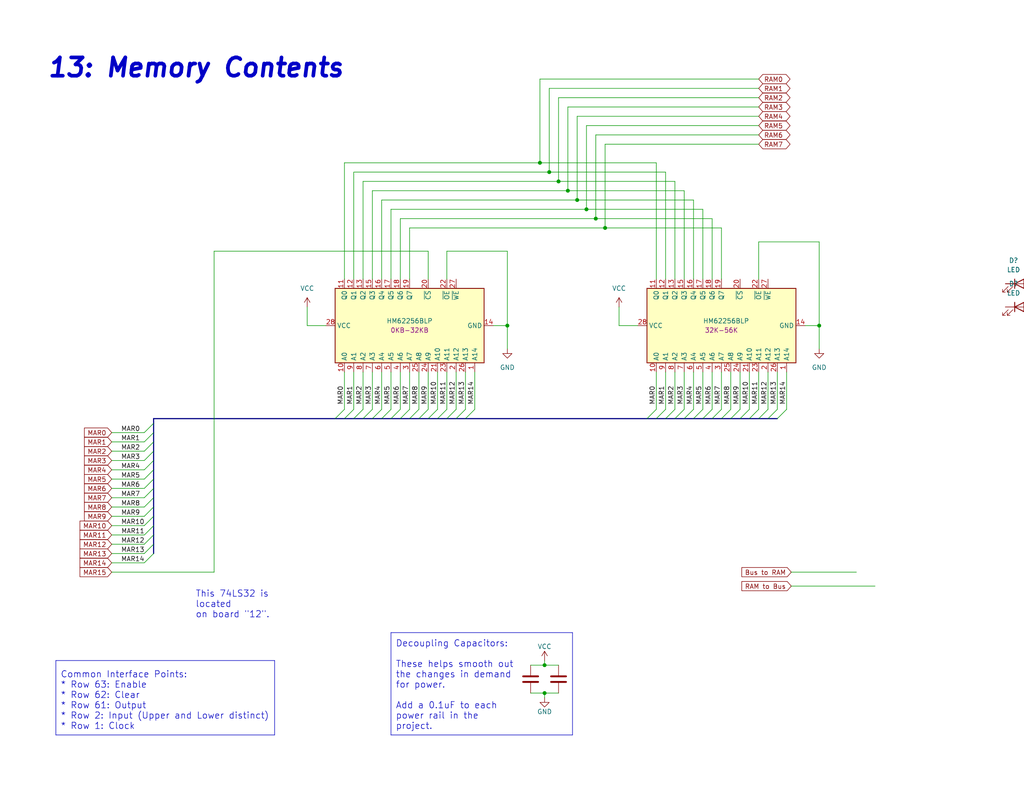
<source format=kicad_sch>
(kicad_sch (version 20211123) (generator eeschema)
  (paper "USLetter")
  (title_block (title "13: Memory Contents") (date "2022-03-13") (rev "1.0") (comment 1 "This board is located in Column 1 and Row 3") (comment 2 "2 74LS04 chips on this board are shared with boards \"14\" and \"15\"") (comment 3 "The 74LS08 on board \"14\"  and 74LS00 on board \"15 are shared with this board") (comment 4 "The 74LS32 gate used on this board is located on board \"12\""))
  (lib_symbols
    (symbol "Device:C" (pin_numbers hide) (pin_names (offset 0.254))
      (property "Reference" "C" (at 0.635 2.54 0))
      (property "Value" "C" (at 0.635 -2.54 0))
      (symbol "C_0_1"
        (polyline (pts (xy -2.032 -0.762) (xy 2.032 -0.762)) (stroke (width 0.508)))
        (polyline (pts (xy -2.032 0.762) (xy 2.032 0.762)) (stroke (width 0.508)))
      )
      (symbol "C_1_1"
        (pin passive line (at 0 3.81 270) (length 2.794) (name "~") (number "1"))
        (pin passive line (at 0 -3.81 90) (length 2.794) (name "~") (number "2"))
      )
    )
    (symbol "Device:LED" (pin_numbers hide) (pin_names (offset 1.016) hide)
      (property "Reference" "D" (at 0 2.54 0))
      (property "Value" "LED" (at 0 -2.54 0))
      (symbol "LED_0_1"
        (polyline (pts (xy -1.27 -1.27) (xy -1.27 1.27)) (stroke (width 0.254)))
        (polyline (pts (xy -1.27 0) (xy 1.27 0)))
        (polyline (pts (xy 1.27 -1.27) (xy 1.27 1.27) (xy -1.27 0) (xy 1.27 -1.27)) (stroke (width 0.254)))
        (polyline (pts (xy -3.048 -0.762) (xy -4.572 -2.286) (xy -3.81 -2.286) (xy -4.572 -2.286) (xy -4.572 -1.524)))
        (polyline (pts (xy -1.778 -0.762) (xy -3.302 -2.286) (xy -2.54 -2.286) (xy -3.302 -2.286) (xy -3.302 -1.524)))
      )
      (symbol "LED_1_1"
        (pin passive line (at -3.81 0 0) (length 2.54) (name "K") (number "1"))
        (pin passive line (at 3.81 0 180) (length 2.54) (name "A") (number "2"))
      )
    )
    (symbol "Device:R_US" (pin_numbers hide) (pin_names (offset 0))
      (property "Reference" "R" (at 2.54 0 90))
      (property "Value" "R_US" (at -2.54 0 90))
      (symbol "R_US_0_1"
        (polyline (pts (xy 0 -2.286) (xy 0 -2.54)))
        (polyline (pts (xy 0 2.286) (xy 0 2.54)))
        (polyline (pts (xy 0 -0.762) (xy 1.016 -1.143) (xy 0 -1.524) (xy -1.016 -1.905) (xy 0 -2.286)))
        (polyline (pts (xy 0 0.762) (xy 1.016 0.381) (xy 0 0) (xy -1.016 -0.381) (xy 0 -0.762)))
        (polyline (pts (xy 0 2.286) (xy 1.016 1.905) (xy 0 1.524) (xy -1.016 1.143) (xy 0 0.762)))
      )
      (symbol "R_US_1_1"
        (pin passive line (at 0 3.81 270) (length 1.27) (name "~") (number "1"))
        (pin passive line (at 0 -3.81 90) (length 1.27) (name "~") (number "2"))
      )
    )
    (symbol "Memory_RAM:HM62256BLP"
      (property "Reference" "U" (at -10.16 20.955 0))
      (property "Value" "HM62256BLP" (at 2.54 20.955 0))
      (symbol "HM62256BLP_0_0"
        (pin power_in line (at 0 -22.86 90) (length 2.54) (name "GND") (number "14"))
        (pin power_in line (at 0 22.86 270) (length 2.54) (name "VCC") (number "28"))
      )
      (symbol "HM62256BLP_0_1"
        (rectangle (start -10.16 20.32) (end 10.16 -20.32) (stroke (width 0.254)) (fill (type background)))
      )
      (symbol "HM62256BLP_1_1"
        (pin input line (at -12.7 -17.78 0) (length 2.54) (name "A14") (number "1"))
        (pin input line (at -12.7 17.78 0) (length 2.54) (name "A0") (number "10"))
        (pin tri_state line (at 12.7 17.78 180) (length 2.54) (name "Q0") (number "11"))
        (pin tri_state line (at 12.7 15.24 180) (length 2.54) (name "Q1") (number "12"))
        (pin tri_state line (at 12.7 12.7 180) (length 2.54) (name "Q2") (number "13"))
        (pin tri_state line (at 12.7 10.16 180) (length 2.54) (name "Q3") (number "15"))
        (pin tri_state line (at 12.7 7.62 180) (length 2.54) (name "Q4") (number "16"))
        (pin tri_state line (at 12.7 5.08 180) (length 2.54) (name "Q5") (number "17"))
        (pin tri_state line (at 12.7 2.54 180) (length 2.54) (name "Q6") (number "18"))
        (pin tri_state line (at 12.7 0 180) (length 2.54) (name "Q7") (number "19"))
        (pin input line (at -12.7 -12.7 0) (length 2.54) (name "A12") (number "2"))
        (pin input line (at 12.7 -5.08 180) (length 2.54) (name "~{CS}") (number "20"))
        (pin input line (at -12.7 -7.62 0) (length 2.54) (name "A10") (number "21"))
        (pin input line (at 12.7 -10.16 180) (length 2.54) (name "~{OE}") (number "22"))
        (pin input line (at -12.7 -10.16 0) (length 2.54) (name "A11") (number "23"))
        (pin input line (at -12.7 -5.08 0) (length 2.54) (name "A9") (number "24"))
        (pin input line (at -12.7 -2.54 0) (length 2.54) (name "A8") (number "25"))
        (pin input line (at -12.7 -15.24 0) (length 2.54) (name "A13") (number "26"))
        (pin input line (at 12.7 -12.7 180) (length 2.54) (name "~{WE}") (number "27"))
        (pin input line (at -12.7 0 0) (length 2.54) (name "A7") (number "3"))
        (pin input line (at -12.7 2.54 0) (length 2.54) (name "A6") (number "4"))
        (pin input line (at -12.7 5.08 0) (length 2.54) (name "A5") (number "5"))
        (pin input line (at -12.7 7.62 0) (length 2.54) (name "A4") (number "6"))
        (pin input line (at -12.7 10.16 0) (length 2.54) (name "A3") (number "7"))
        (pin input line (at -12.7 12.7 0) (length 2.54) (name "A2") (number "8"))
        (pin input line (at -12.7 15.24 0) (length 2.54) (name "A1") (number "9"))
      )
    )
    (symbol "power:GND" (power) (pin_names (offset 0))
      (property "Value" "GND" (at 0 -3.81 0))
      (symbol "GND_0_1"
        (polyline (pts (xy 0 0) (xy 0 -1.27) (xy 1.27 -1.27) (xy 0 -2.54) (xy -1.27 -1.27) (xy 0 -1.27)))
      )
      (symbol "GND_1_1"
        (pin power_in line (at 0 0 270) (length 0) hide (name "GND") (number "1"))
      )
    )
    (symbol "power:VCC" (power) (pin_names (offset 0))
      (property "Value" "VCC" (at 0 3.81 0))
      (symbol "VCC_0_1"
        (polyline (pts (xy -0.762 1.27) (xy 0 2.54)))
        (polyline (pts (xy 0 0) (xy 0 2.54)))
        (polyline (pts (xy 0 2.54) (xy 0.762 1.27)))
      )
      (symbol "VCC_1_1"
        (pin power_in line (at 0 0 90) (length 0) hide (name "VCC") (number "1"))
      )
    )
  )
  (junction (at 223.52 88.9))
  (junction (at 152.4 49.53))
  (junction (at 160.02 57.15))
  (junction (at 157.48 54.61))
  (junction (at 148.59 181.61))
  (junction (at 147.32 44.45))
  (junction (at 154.94 52.07))
  (junction (at 149.86 46.99))
  (junction (at 138.43 88.9))
  (junction (at 162.56 59.69))
  (junction (at 148.59 189.23))
  (junction (at 165.1 62.23))
  (bus_entry (at 194.31 111.76) (size -2.54 2.54))
  (bus_entry (at 189.23 111.76) (size -2.54 2.54))
  (bus_entry (at 186.69 111.76) (size -2.54 2.54))
  (bus_entry (at 127 111.76) (size -2.54 2.54))
  (bus_entry (at 39.37 125.73) (size 2.54 -2.54))
  (bus_entry (at 39.37 143.51) (size 2.54 -2.54))
  (bus_entry (at 209.55 111.76) (size -2.54 2.54))
  (bus_entry (at 39.37 123.19) (size 2.54 -2.54))
  (bus_entry (at 39.37 148.59) (size 2.54 -2.54))
  (bus_entry (at 119.38 111.76) (size -2.54 2.54))
  (bus_entry (at 191.77 111.76) (size -2.54 2.54))
  (bus_entry (at 101.6 111.76) (size -2.54 2.54))
  (bus_entry (at 114.3 111.76) (size -2.54 2.54))
  (bus_entry (at 181.61 111.76) (size -2.54 2.54))
  (bus_entry (at 39.37 140.97) (size 2.54 -2.54))
  (bus_entry (at 99.06 111.76) (size -2.54 2.54))
  (bus_entry (at 39.37 138.43) (size 2.54 -2.54))
  (bus_entry (at 39.37 118.11) (size 2.54 -2.54))
  (bus_entry (at 196.85 111.76) (size -2.54 2.54))
  (bus_entry (at 93.98 111.76) (size -2.54 2.54))
  (bus_entry (at 104.14 111.76) (size -2.54 2.54))
  (bus_entry (at 39.37 151.13) (size 2.54 -2.54))
  (bus_entry (at 39.37 153.67) (size 2.54 -2.54))
  (bus_entry (at 39.37 135.89) (size 2.54 -2.54))
  (bus_entry (at 212.09 111.76) (size -2.54 2.54))
  (bus_entry (at 214.63 111.76) (size -2.54 2.54))
  (bus_entry (at 129.54 111.76) (size -2.54 2.54))
  (bus_entry (at 111.76 111.76) (size -2.54 2.54))
  (bus_entry (at 39.37 133.35) (size 2.54 -2.54))
  (bus_entry (at 204.47 111.76) (size -2.54 2.54))
  (bus_entry (at 201.93 111.76) (size -2.54 2.54))
  (bus_entry (at 121.92 111.76) (size -2.54 2.54))
  (bus_entry (at 39.37 128.27) (size 2.54 -2.54))
  (bus_entry (at 184.15 111.76) (size -2.54 2.54))
  (bus_entry (at 207.01 111.76) (size -2.54 2.54))
  (bus_entry (at 96.52 111.76) (size -2.54 2.54))
  (bus_entry (at 109.22 111.76) (size -2.54 2.54))
  (bus_entry (at 106.68 111.76) (size -2.54 2.54))
  (bus_entry (at 124.46 111.76) (size -2.54 2.54))
  (bus_entry (at 39.37 130.81) (size 2.54 -2.54))
  (bus_entry (at 116.84 111.76) (size -2.54 2.54))
  (bus_entry (at 39.401 146.05) (size 2.54 -2.54))
  (bus_entry (at 199.39 111.76) (size -2.54 2.54))
  (bus_entry (at 39.37 120.65) (size 2.54 -2.54))
  (bus_entry (at 179.07 111.76) (size -2.54 2.54))
  (wire (pts (xy 127 101.6) (xy 127 111.76)))
  (wire (pts (xy 116.84 76.2) (xy 116.84 68.58)))
  (bus (pts (xy 127 114.3) (xy 124.46 114.3)))
  (wire (pts (xy 99.06 49.53) (xy 152.4 49.53)))
  (wire (pts (xy 104.14 101.6) (xy 104.14 111.76)))
  (wire (pts (xy 168.91 88.9) (xy 173.99 88.9)))
  (wire (pts (xy 96.52 101.6) (xy 96.52 111.76)))
  (wire (pts (xy 114.3 101.6) (xy 114.3 111.76)))
  (bus (pts (xy 204.47 114.3) (xy 201.93 114.3)))
  (wire (pts (xy 223.52 88.9) (xy 223.52 95.25)))
  (wire (pts (xy 196.85 62.23) (xy 196.85 76.2)))
  (wire (pts (xy 186.69 101.6) (xy 186.69 111.76)))
  (wire (pts (xy 207.01 24.13) (xy 149.86 24.13)))
  (wire (pts (xy 148.59 189.23) (xy 152.4 189.23)))
  (bus (pts (xy 41.91 120.65) (xy 41.91 123.19)))
  (wire (pts (xy 30.48 151.13) (xy 39.37 151.13)))
  (wire (pts (xy 30.48 135.89) (xy 39.37 135.89)))
  (wire (pts (xy 93.98 101.6) (xy 93.98 111.76)))
  (polyline (pts (xy 74.93 200.66) (xy 15.24 200.66)) (stroke (width 0) (type solid)))
  (bus (pts (xy 41.91 123.19) (xy 41.91 125.73)))
  (wire (pts (xy 30.48 123.19) (xy 39.37 123.19)))
  (wire (pts (xy 83.82 83.82) (xy 83.82 88.9)))
  (wire (pts (xy 58.42 156.21) (xy 30.48 156.21)))
  (wire (pts (xy 215.9 160.02) (xy 238.76 160.02)))
  (wire (pts (xy 181.61 76.2) (xy 181.61 46.99)))
  (wire (pts (xy 184.15 76.2) (xy 184.15 49.53)))
  (bus (pts (xy 104.14 114.3) (xy 101.6 114.3)))
  (wire (pts (xy 99.06 101.6) (xy 99.06 111.76)))
  (bus (pts (xy 41.91 114.3) (xy 41.91 115.57)))
  (bus (pts (xy 124.46 114.3) (xy 121.92 114.3)))
  (wire (pts (xy 121.92 68.58) (xy 138.43 68.58)))
  (wire (pts (xy 189.23 101.6) (xy 189.23 111.76)))
  (bus (pts (xy 127 114.3) (xy 176.53 114.3)))
  (bus (pts (xy 184.15 114.3) (xy 181.61 114.3)))
  (wire (pts (xy 116.84 68.58) (xy 58.42 68.58)))
  (bus (pts (xy 41.91 146.05) (xy 41.91 148.59)))
  (wire (pts (xy 124.46 101.6) (xy 124.46 111.76)))
  (bus (pts (xy 99.06 114.3) (xy 96.52 114.3)))
  (wire (pts (xy 93.98 44.45) (xy 147.32 44.45)))
  (wire (pts (xy 30.48 148.59) (xy 39.37 148.59)))
  (wire (pts (xy 191.77 57.15) (xy 160.02 57.15)))
  (bus (pts (xy 189.23 114.3) (xy 186.69 114.3)))
  (wire (pts (xy 30.48 140.97) (xy 39.37 140.97)))
  (wire (pts (xy 204.47 101.6) (xy 204.47 111.76)))
  (wire (pts (xy 30.511 146.05) (xy 39.401 146.05)))
  (wire (pts (xy 207.01 34.29) (xy 160.02 34.29)))
  (polyline (pts (xy 156.21 200.66) (xy 106.68 200.66)) (stroke (width 0) (type solid)))
  (wire (pts (xy 138.43 88.9) (xy 138.43 95.25)))
  (wire (pts (xy 157.48 31.75) (xy 157.48 54.61)))
  (wire (pts (xy 194.31 59.69) (xy 162.56 59.69)))
  (wire (pts (xy 144.78 181.61) (xy 148.59 181.61)))
  (polyline (pts (xy 156.21 172.72) (xy 156.21 200.66)) (stroke (width 0) (type solid)))
  (wire (pts (xy 209.55 101.6) (xy 209.55 111.76)))
  (bus (pts (xy 179.07 114.3) (xy 176.53 114.3)))
  (wire (pts (xy 184.15 101.6) (xy 184.15 111.76)))
  (bus (pts (xy 41.91 148.59) (xy 41.91 151.13)))
  (bus (pts (xy 93.98 114.3) (xy 91.44 114.3)))
  (wire (pts (xy 207.01 29.21) (xy 154.94 29.21)))
  (wire (pts (xy 111.76 76.2) (xy 111.76 62.23)))
  (wire (pts (xy 58.42 68.58) (xy 58.42 156.21)))
  (wire (pts (xy 30.48 128.27) (xy 39.37 128.27)))
  (wire (pts (xy 179.07 101.6) (xy 179.07 111.76)))
  (bus (pts (xy 199.39 114.3) (xy 196.85 114.3)))
  (wire (pts (xy 138.43 68.58) (xy 138.43 88.9)))
  (wire (pts (xy 181.61 101.6) (xy 181.61 111.76)))
  (bus (pts (xy 41.91 115.57) (xy 41.91 118.11)))
  (bus (pts (xy 96.52 114.3) (xy 93.98 114.3)))
  (wire (pts (xy 30.48 143.51) (xy 39.37 143.51)))
  (wire (pts (xy 181.61 46.99) (xy 149.86 46.99)))
  (polyline (pts (xy 106.68 172.72) (xy 156.21 172.72)) (stroke (width 0) (type solid)))
  (bus (pts (xy 181.61 114.3) (xy 179.07 114.3)))
  (wire (pts (xy 154.94 29.21) (xy 154.94 52.07)))
  (wire (pts (xy 101.6 76.2) (xy 101.6 52.07)))
  (wire (pts (xy 106.68 101.6) (xy 106.68 111.76)))
  (wire (pts (xy 30.48 125.73) (xy 39.37 125.73)))
  (bus (pts (xy 41.91 130.81) (xy 41.91 133.35)))
  (wire (pts (xy 207.01 39.37) (xy 165.1 39.37)))
  (bus (pts (xy 101.6 114.3) (xy 99.06 114.3)))
  (wire (pts (xy 165.1 62.23) (xy 196.85 62.23)))
  (wire (pts (xy 184.15 49.53) (xy 152.4 49.53)))
  (wire (pts (xy 162.56 36.83) (xy 162.56 59.69)))
  (wire (pts (xy 160.02 34.29) (xy 160.02 57.15)))
  (wire (pts (xy 30.48 130.81) (xy 39.37 130.81)))
  (wire (pts (xy 147.32 21.59) (xy 147.32 44.45)))
  (polyline (pts (xy 106.68 172.72) (xy 106.68 200.66)) (stroke (width 0) (type solid)))
  (wire (pts (xy 30.48 133.35) (xy 39.37 133.35)))
  (wire (pts (xy 194.31 101.6) (xy 194.31 111.76)))
  (wire (pts (xy 109.22 101.6) (xy 109.22 111.76)))
  (wire (pts (xy 93.98 76.2) (xy 93.98 44.45)))
  (wire (pts (xy 207.01 66.04) (xy 223.52 66.04)))
  (wire (pts (xy 83.82 88.9) (xy 88.9 88.9)))
  (wire (pts (xy 134.62 88.9) (xy 138.43 88.9)))
  (bus (pts (xy 41.91 128.27) (xy 41.91 130.81)))
  (wire (pts (xy 148.59 181.61) (xy 152.4 181.61)))
  (wire (pts (xy 207.01 101.6) (xy 207.01 111.76)))
  (bus (pts (xy 41.91 118.11) (xy 41.91 120.65)))
  (bus (pts (xy 194.31 114.3) (xy 191.77 114.3)))
  (wire (pts (xy 148.59 180.34) (xy 148.59 181.61)))
  (wire (pts (xy 101.6 101.6) (xy 101.6 111.76)))
  (wire (pts (xy 207.01 21.59) (xy 147.32 21.59)))
  (wire (pts (xy 101.6 52.07) (xy 154.94 52.07)))
  (bus (pts (xy 109.22 114.3) (xy 106.68 114.3)))
  (wire (pts (xy 207.01 31.75) (xy 157.48 31.75)))
  (wire (pts (xy 207.01 36.83) (xy 162.56 36.83)))
  (wire (pts (xy 106.68 76.2) (xy 106.68 57.15)))
  (wire (pts (xy 189.23 76.2) (xy 189.23 54.61)))
  (wire (pts (xy 194.31 76.2) (xy 194.31 59.69)))
  (wire (pts (xy 152.4 26.67) (xy 152.4 49.53)))
  (wire (pts (xy 207.01 26.67) (xy 152.4 26.67)))
  (wire (pts (xy 186.69 52.07) (xy 154.94 52.07)))
  (bus (pts (xy 121.92 114.3) (xy 119.38 114.3)))
  (wire (pts (xy 199.39 101.6) (xy 199.39 111.76)))
  (polyline (pts (xy 15.24 180.34) (xy 74.93 180.34)) (stroke (width 0) (type solid)))
  (wire (pts (xy 179.07 44.45) (xy 147.32 44.45)))
  (wire (pts (xy 201.93 101.6) (xy 201.93 111.76)))
  (wire (pts (xy 219.71 88.9) (xy 223.52 88.9)))
  (wire (pts (xy 30.48 120.65) (xy 39.37 120.65)))
  (wire (pts (xy 30.48 138.43) (xy 39.37 138.43)))
  (bus (pts (xy 109.22 114.3) (xy 111.76 114.3)))
  (bus (pts (xy 106.68 114.3) (xy 104.14 114.3)))
  (bus (pts (xy 207.01 114.3) (xy 204.47 114.3)))
  (bus (pts (xy 41.91 125.73) (xy 41.91 128.27)))
  (wire (pts (xy 144.78 189.23) (xy 148.59 189.23)))
  (wire (pts (xy 111.76 101.6) (xy 111.76 111.76)))
  (wire (pts (xy 191.77 76.2) (xy 191.77 57.15)))
  (bus (pts (xy 41.91 135.89) (xy 41.91 138.43)))
  (wire (pts (xy 106.68 57.15) (xy 160.02 57.15)))
  (wire (pts (xy 191.77 101.6) (xy 191.77 111.76)))
  (wire (pts (xy 215.9 156.21) (xy 233.68 156.21)))
  (bus (pts (xy 186.69 114.3) (xy 184.15 114.3)))
  (wire (pts (xy 196.85 101.6) (xy 196.85 111.76)))
  (wire (pts (xy 121.92 101.6) (xy 121.92 111.76)))
  (wire (pts (xy 109.22 59.69) (xy 162.56 59.69)))
  (bus (pts (xy 209.55 114.3) (xy 207.01 114.3)))
  (wire (pts (xy 96.52 46.99) (xy 149.86 46.99)))
  (wire (pts (xy 30.48 153.67) (xy 39.37 153.67)))
  (wire (pts (xy 186.69 76.2) (xy 186.69 52.07)))
  (wire (pts (xy 212.09 101.6) (xy 212.09 111.76)))
  (wire (pts (xy 111.76 62.23) (xy 165.1 62.23)))
  (wire (pts (xy 121.92 76.2) (xy 121.92 68.58)))
  (wire (pts (xy 99.06 76.2) (xy 99.06 49.53)))
  (bus (pts (xy 116.84 114.3) (xy 114.3 114.3)))
  (wire (pts (xy 214.63 101.6) (xy 214.63 111.76)))
  (bus (pts (xy 114.3 114.3) (xy 111.76 114.3)))
  (bus (pts (xy 194.31 114.3) (xy 196.85 114.3)))
  (bus (pts (xy 41.91 140.97) (xy 41.91 146.05)))
  (bus (pts (xy 201.93 114.3) (xy 199.39 114.3)))
  (wire (pts (xy 223.52 66.04) (xy 223.52 88.9)))
  (wire (pts (xy 104.14 54.61) (xy 157.48 54.61)))
  (wire (pts (xy 207.01 76.2) (xy 207.01 66.04)))
  (wire (pts (xy 179.07 76.2) (xy 179.07 44.45)))
  (wire (pts (xy 189.23 54.61) (xy 157.48 54.61)))
  (wire (pts (xy 96.52 76.2) (xy 96.52 46.99)))
  (wire (pts (xy 129.54 101.6) (xy 129.54 111.76)))
  (bus (pts (xy 191.77 114.3) (xy 189.23 114.3)))
  (bus (pts (xy 212.09 114.3) (xy 209.55 114.3)))
  (wire (pts (xy 109.22 76.2) (xy 109.22 59.69)))
  (wire (pts (xy 168.91 83.82) (xy 168.91 88.9)))
  (wire (pts (xy 149.86 24.13) (xy 149.86 46.99)))
  (bus (pts (xy 41.91 133.35) (xy 41.91 135.89)))
  (wire (pts (xy 119.38 101.6) (xy 119.38 111.76)))
  (wire (pts (xy 104.14 76.2) (xy 104.14 54.61)))
  (polyline (pts (xy 74.93 180.34) (xy 74.93 200.66)) (stroke (width 0) (type solid)))
  (wire (pts (xy 116.84 101.6) (xy 116.84 111.76)))
  (bus (pts (xy 119.38 114.3) (xy 116.84 114.3)))
  (wire (pts (xy 30.48 118.11) (xy 39.37 118.11)))
  (wire (pts (xy 148.59 189.23) (xy 148.59 190.5)))
  (polyline (pts (xy 15.24 180.34) (xy 15.24 200.66)) (stroke (width 0) (type solid)))
  (bus (pts (xy 41.91 138.43) (xy 41.91 140.97)))
  (bus (pts (xy 41.91 114.3) (xy 91.44 114.3)))
  (wire (pts (xy 165.1 39.37) (xy 165.1 62.23)))
  (text "This 74LS32 is \nlocated \non board \"12\"." (at 53.34 168.91 0) (effects (font (size 1.75 1.75)) (justify left bottom)))
  (text " 13: Memory Contents" (at 8.89 21.59 0) (effects (font (size 5 5) (thickness 1) bold italic) (justify left bottom)))
  (text "Common Interface Points:\n* Row 63: Enable\n* Row 62: Clear\n* Row 61: Output\n* Row 2: Input (Upper and Lower distinct)\n* Row 1: Clock" (at 16.51 199.39 0) (effects (font (size 1.75 1.75)) (justify left bottom)))
  (text "Decoupling Capacitors:\n\nThese helps smooth out \nthe changes in demand \nfor power.\n\nAdd a 0.1uF to each \npower rail in the \nproject." (at 107.95 199.39 0) (effects (font (size 1.75 1.75)) (justify left bottom)))
  (label "MAR14" (at 129.54 110.49 90))
  (label "MAR9" (at 116.84 110.49 90))
  (label "MAR13" (at 127 110.49 90))
  (label "MAR11" (at 207.01 110.49 90))
  (label "MAR2" (at 184.15 110.49 90))
  (label "MAR8" (at 199.39 110.49 90))
  (label "MAR10" (at 33.02 143.51 0))
  (label "MAR12" (at 209.55 110.49 90))
  (label "MAR6" (at 109.22 110.49 90))
  (label "MAR2" (at 33.02 123.19 0))
  (label "MAR3" (at 186.69 110.49 90))
  (label "MAR9" (at 201.93 110.49 90))
  (label "MAR1" (at 181.61 110.49 90))
  (label "MAR13" (at 212.09 110.49 90))
  (label "MAR13" (at 33.02 151.13 0))
  (label "MAR4" (at 33.02 128.27 0))
  (label "MAR14" (at 214.63 110.49 90))
  (label "MAR1" (at 96.52 110.49 90))
  (label "MAR6" (at 194.31 110.49 90))
  (label "MAR5" (at 191.77 110.49 90))
  (label "MAR4" (at 189.23 110.49 90))
  (label "MAR3" (at 101.6 110.49 90))
  (label "MAR0" (at 93.98 110.49 90))
  (label "MAR7" (at 196.85 110.49 90))
  (label "MAR14" (at 33.02 153.67 0))
  (label "MAR8" (at 114.3 110.49 90))
  (label "MAR6" (at 33.02 133.35 0))
  (label "MAR5" (at 33.02 130.81 0))
  (label "MAR10" (at 204.47 110.49 90))
  (label "MAR0" (at 179.07 110.49 90))
  (label "MAR2" (at 99.06 110.49 90))
  (label "MAR7" (at 111.76 110.49 90))
  (label "MAR5" (at 106.68 110.49 90))
  (label "MAR0" (at 33.02 118.11 0))
  (label "MAR1" (at 33.02 120.65 0))
  (label "MAR7" (at 33.02 135.89 0))
  (label "MAR4" (at 104.14 110.49 90))
  (label "MAR3" (at 33.02 125.73 0))
  (label "MAR10" (at 119.38 110.49 90))
  (label "MAR11" (at 121.92 110.49 90))
  (label "MAR8" (at 33.02 138.43 0))
  (label "MAR12" (at 124.46 110.49 90))
  (label "MAR11" (at 33.051 146.05 0))
  (label "MAR9" (at 33.02 140.97 0))
  (label "MAR12" (at 33.02 148.59 0))
  (global_label "MAR5" (shape input) (at 30.48 130.81 180) (property "Intersheet References" "${INTERSHEET_REFS}" (effects hide)))
  (global_label "MAR8" (shape input) (at 30.48 138.43 180) (property "Intersheet References" "${INTERSHEET_REFS}" (effects hide)))
  (global_label "RAM6" (shape bidirectional) (at 207.01 36.83 0) (property "Intersheet References" "${INTERSHEET_REFS}" (effects hide)))
  (global_label "MAR1" (shape input) (at 30.48 120.65 180) (property "Intersheet References" "${INTERSHEET_REFS}" (effects hide)))
  (global_label "MAR4" (shape input) (at 30.48 128.27 180) (property "Intersheet References" "${INTERSHEET_REFS}" (effects hide)))
  (global_label "MAR13" (shape input) (at 30.48 151.13 180) (property "Intersheet References" "${INTERSHEET_REFS}" (effects hide)))
  (global_label "MAR6" (shape input) (at 30.48 133.35 180) (property "Intersheet References" "${INTERSHEET_REFS}" (effects hide)))
  (global_label "MAR9" (shape input) (at 30.48 140.97 180) (property "Intersheet References" "${INTERSHEET_REFS}" (effects hide)))
  (global_label "Bus to RAM" (shape input) (at 215.9 156.21 180) (property "Intersheet References" "${INTERSHEET_REFS}" (effects hide)))
  (global_label "RAM0" (shape bidirectional) (at 207.01 21.59 0) (property "Intersheet References" "${INTERSHEET_REFS}" (effects hide)))
  (global_label "MAR2" (shape input) (at 30.48 123.19 180) (property "Intersheet References" "${INTERSHEET_REFS}" (effects hide)))
  (global_label "RAM2" (shape bidirectional) (at 207.01 26.67 0) (property "Intersheet References" "${INTERSHEET_REFS}" (effects hide)))
  (global_label "MAR7" (shape input) (at 30.48 135.89 180) (property "Intersheet References" "${INTERSHEET_REFS}" (effects hide)))
  (global_label "RAM7" (shape bidirectional) (at 207.01 39.37 0) (property "Intersheet References" "${INTERSHEET_REFS}" (effects hide)))
  (global_label "MAR10" (shape input) (at 30.48 143.51 180) (property "Intersheet References" "${INTERSHEET_REFS}" (effects hide)))
  (global_label "MAR3" (shape input) (at 30.48 125.73 180) (property "Intersheet References" "${INTERSHEET_REFS}" (effects hide)))
  (global_label "MAR14" (shape input) (at 30.48 153.67 180) (property "Intersheet References" "${INTERSHEET_REFS}" (effects hide)))
  (global_label "MAR15" (shape input) (at 30.48 156.21 180) (property "Intersheet References" "${INTERSHEET_REFS}" (effects hide)))
  (global_label "MAR12" (shape input) (at 30.48 148.59 180) (property "Intersheet References" "${INTERSHEET_REFS}" (effects hide)))
  (global_label "RAM to Bus" (shape input) (at 215.9 160.02 180) (property "Intersheet References" "${INTERSHEET_REFS}" (effects hide)))
  (global_label "RAM5" (shape bidirectional) (at 207.01 34.29 0) (property "Intersheet References" "${INTERSHEET_REFS}" (effects hide)))
  (global_label "RAM1" (shape bidirectional) (at 207.01 24.13 0) (property "Intersheet References" "${INTERSHEET_REFS}" (effects hide)))
  (global_label "RAM3" (shape bidirectional) (at 207.01 29.21 0) (property "Intersheet References" "${INTERSHEET_REFS}" (effects hide)))
  (global_label "MAR11" (shape input) (at 30.48 146.05 180) (property "Intersheet References" "${INTERSHEET_REFS}" (effects hide)))
  (global_label "MAR0" (shape input) (at 30.48 118.11 180) (property "Intersheet References" "${INTERSHEET_REFS}" (effects hide)))
  (global_label "RAM4" (shape bidirectional) (at 207.01 31.75 0) (property "Intersheet References" "${INTERSHEET_REFS}" (effects hide)))
  (symbol (lib_id "power:GND") (at 138.43 95.25 0) (unit 1)
    (property "Reference" "#PWR?" (effects hide))
    (property "Value" "GND" (at 138.43 100.33 0))
  )
  (symbol (lib_id "Memory_RAM:HM62256BLP") (at 196.85 88.9 90) (unit 1)
    (property "Reference" "U?" (effects hide))
    (property "Value" "HM62256BLP" (at 198.12 87.63 90))
    (property "Footprint" "Package_DIP:DIP-28_W15.24mm" (effects hide))
    (property "Datasheet" "https://web.mit.edu/6.115/www/document/62256.pdf" (effects hide))
    (property "Range" "32K-56K" (at 196.85 90.17 90))
  )
  (symbol (lib_id "Memory_RAM:HM62256BLP") (at 111.76 88.9 90) (unit 1)
    (property "Reference" "U?" (effects hide))
    (property "Value" "HM62256BLP" (at 111.76 87.63 90))
    (property "Footprint" "Package_DIP:DIP-28_W15.24mm" (effects hide))
    (property "Datasheet" "https://web.mit.edu/6.115/www/document/62256.pdf" (effects hide))
    (property "Desc" "0KB-32KB" (at 111.76 90.17 90))
  )
  (symbol (lib_id "power:GND") (at 223.52 95.25 0) (unit 1)
    (property "Reference" "#PWR?" (effects hide))
    (property "Value" "GND" (at 223.52 100.33 0))
  )
  (symbol (lib_id "Device:R_US") (at 280.67 96.52 0) (unit 1)
    (property "Reference" "R?" (effects hide))
    (property "Value" "220" (at 283.21 97.7899 0))
  )
  (symbol (lib_id "Device:C") (at 152.4 185.42 0) (unit 1)
    (property "Reference" "C?" (effects hide))
    (property "Value" "0.1uF" (effects hide))
  )
  (symbol (lib_id "power:VCC") (at 168.91 83.82 0) (unit 1)
    (property "Reference" "#PWR?" (effects hide))
    (property "Value" "VCC" (at 168.91 78.74 0))
  )
  (symbol (lib_id "power:GND") (at 148.59 190.5 0) (unit 1)
    (property "Reference" "#PWR?" (effects hide))
    (property "Value" "GND" (at 148.59 194.31 0))
  )
  (symbol (lib_id "power:VCC") (at 83.82 83.82 0) (unit 1)
    (property "Reference" "#PWR?" (effects hide))
    (property "Value" "VCC" (at 83.82 78.74 0))
  )
  (symbol (lib_id "Device:C") (at 144.78 185.42 0) (unit 1)
    (property "Reference" "C?" (effects hide))
    (property "Value" "0.1uF" (effects hide))
  )
  (symbol (lib_id "power:VCC") (at 148.59 180.34 0) (unit 1)
    (property "Reference" "#PWR?" (effects hide))
    (property "Value" "VCC" (at 148.59 176.53 0))
  )
  (symbol (lib_id "Device:R_US") (at 287.02 96.52 0) (unit 1)
    (property "Reference" "R?" (effects hide))
    (property "Value" "220" (at 289.56 97.7899 0))
  )
  (symbol (lib_id "Device:LED") (at 278.13 77.47 0) (unit 1)
    (property "Reference" "D?" (at 276.5425 71.12 0))
    (property "Value" "LED" (at 276.5425 73.66 0))
  )
  (symbol (lib_id "Device:LED") (at 278.13 83.82 0) (unit 1)
    (property "Reference" "D?" (at 276.5425 77.47 0))
    (property "Value" "LED" (at 276.5425 80.01 0))
  )
)
</source>
